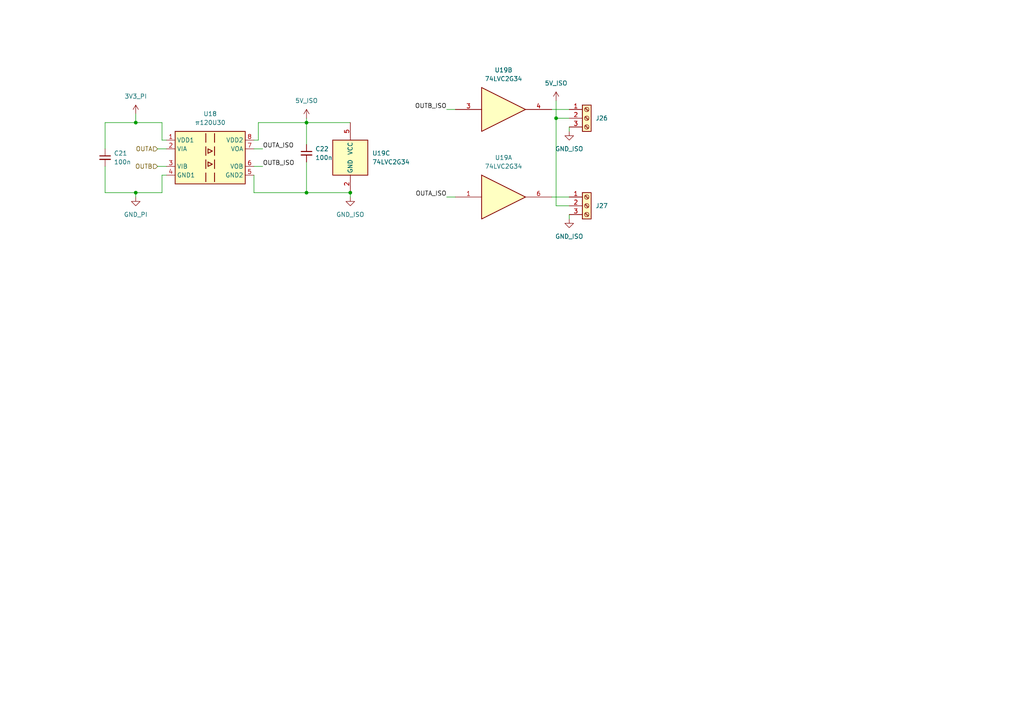
<source format=kicad_sch>
(kicad_sch (version 20230121) (generator eeschema)

  (uuid e3918a7f-6cb8-4edf-bab8-0a62b7d9d17e)

  (paper "A4")

  (lib_symbols
    (symbol "74xGxx:74LVC2G34" (in_bom yes) (on_board yes)
      (property "Reference" "U" (at 0 7.62 0)
        (effects (font (size 1.27 1.27)))
      )
      (property "Value" "74LVC2G34" (at 2.54 -7.62 0)
        (effects (font (size 1.27 1.27)))
      )
      (property "Footprint" "" (at 0 0 0)
        (effects (font (size 1.27 1.27)) hide)
      )
      (property "Datasheet" "http://www.ti.com/lit/sg/scyt129e/scyt129e.pdf" (at 0 0 0)
        (effects (font (size 1.27 1.27)) hide)
      )
      (property "ki_keywords" "Dual Buffer LVC CMOS" (at 0 0 0)
        (effects (font (size 1.27 1.27)) hide)
      )
      (property "ki_description" "Dual Buffer, Low-Voltage CMOS" (at 0 0 0)
        (effects (font (size 1.27 1.27)) hide)
      )
      (property "ki_fp_filters" "SG-* SOT*" (at 0 0 0)
        (effects (font (size 1.27 1.27)) hide)
      )
      (symbol "74LVC2G34_1_1"
        (polyline
          (pts
            (xy -7.62 6.35)
            (xy -7.62 -6.35)
            (xy 5.08 0)
            (xy -7.62 6.35)
          )
          (stroke (width 0.254) (type default))
          (fill (type background))
        )
        (pin input line (at -15.24 0 0) (length 7.62)
          (name "~" (effects (font (size 1.27 1.27))))
          (number "1" (effects (font (size 1.27 1.27))))
        )
        (pin output line (at 12.7 0 180) (length 7.62)
          (name "~" (effects (font (size 1.27 1.27))))
          (number "6" (effects (font (size 1.27 1.27))))
        )
      )
      (symbol "74LVC2G34_2_1"
        (polyline
          (pts
            (xy -7.62 6.35)
            (xy -7.62 -6.35)
            (xy 5.08 0)
            (xy -7.62 6.35)
          )
          (stroke (width 0.254) (type default))
          (fill (type background))
        )
        (pin input line (at -15.24 0 0) (length 7.62)
          (name "~" (effects (font (size 1.27 1.27))))
          (number "3" (effects (font (size 1.27 1.27))))
        )
        (pin output line (at 12.7 0 180) (length 7.62)
          (name "~" (effects (font (size 1.27 1.27))))
          (number "4" (effects (font (size 1.27 1.27))))
        )
      )
      (symbol "74LVC2G34_3_0"
        (rectangle (start -5.08 -5.08) (end 5.08 5.08)
          (stroke (width 0.254) (type default))
          (fill (type background))
        )
      )
      (symbol "74LVC2G34_3_1"
        (pin power_in line (at 0 -10.16 90) (length 5.08)
          (name "GND" (effects (font (size 1.27 1.27))))
          (number "2" (effects (font (size 1.27 1.27))))
        )
        (pin power_in line (at 0 10.16 270) (length 5.08)
          (name "VCC" (effects (font (size 1.27 1.27))))
          (number "5" (effects (font (size 1.27 1.27))))
        )
      )
    )
    (symbol "Connector:Screw_Terminal_01x03" (pin_names (offset 1.016) hide) (in_bom yes) (on_board yes)
      (property "Reference" "J" (at 0 5.08 0)
        (effects (font (size 1.27 1.27)))
      )
      (property "Value" "Screw_Terminal_01x03" (at 0 -5.08 0)
        (effects (font (size 1.27 1.27)))
      )
      (property "Footprint" "" (at 0 0 0)
        (effects (font (size 1.27 1.27)) hide)
      )
      (property "Datasheet" "~" (at 0 0 0)
        (effects (font (size 1.27 1.27)) hide)
      )
      (property "ki_keywords" "screw terminal" (at 0 0 0)
        (effects (font (size 1.27 1.27)) hide)
      )
      (property "ki_description" "Generic screw terminal, single row, 01x03, script generated (kicad-library-utils/schlib/autogen/connector/)" (at 0 0 0)
        (effects (font (size 1.27 1.27)) hide)
      )
      (property "ki_fp_filters" "TerminalBlock*:*" (at 0 0 0)
        (effects (font (size 1.27 1.27)) hide)
      )
      (symbol "Screw_Terminal_01x03_1_1"
        (rectangle (start -1.27 3.81) (end 1.27 -3.81)
          (stroke (width 0.254) (type default))
          (fill (type background))
        )
        (circle (center 0 -2.54) (radius 0.635)
          (stroke (width 0.1524) (type default))
          (fill (type none))
        )
        (polyline
          (pts
            (xy -0.5334 -2.2098)
            (xy 0.3302 -3.048)
          )
          (stroke (width 0.1524) (type default))
          (fill (type none))
        )
        (polyline
          (pts
            (xy -0.5334 0.3302)
            (xy 0.3302 -0.508)
          )
          (stroke (width 0.1524) (type default))
          (fill (type none))
        )
        (polyline
          (pts
            (xy -0.5334 2.8702)
            (xy 0.3302 2.032)
          )
          (stroke (width 0.1524) (type default))
          (fill (type none))
        )
        (polyline
          (pts
            (xy -0.3556 -2.032)
            (xy 0.508 -2.8702)
          )
          (stroke (width 0.1524) (type default))
          (fill (type none))
        )
        (polyline
          (pts
            (xy -0.3556 0.508)
            (xy 0.508 -0.3302)
          )
          (stroke (width 0.1524) (type default))
          (fill (type none))
        )
        (polyline
          (pts
            (xy -0.3556 3.048)
            (xy 0.508 2.2098)
          )
          (stroke (width 0.1524) (type default))
          (fill (type none))
        )
        (circle (center 0 0) (radius 0.635)
          (stroke (width 0.1524) (type default))
          (fill (type none))
        )
        (circle (center 0 2.54) (radius 0.635)
          (stroke (width 0.1524) (type default))
          (fill (type none))
        )
        (pin passive line (at -5.08 2.54 0) (length 3.81)
          (name "Pin_1" (effects (font (size 1.27 1.27))))
          (number "1" (effects (font (size 1.27 1.27))))
        )
        (pin passive line (at -5.08 0 0) (length 3.81)
          (name "Pin_2" (effects (font (size 1.27 1.27))))
          (number "2" (effects (font (size 1.27 1.27))))
        )
        (pin passive line (at -5.08 -2.54 0) (length 3.81)
          (name "Pin_3" (effects (font (size 1.27 1.27))))
          (number "3" (effects (font (size 1.27 1.27))))
        )
      )
    )
    (symbol "Device:C_Small" (pin_numbers hide) (pin_names (offset 0.254) hide) (in_bom yes) (on_board yes)
      (property "Reference" "C" (at 0.254 1.778 0)
        (effects (font (size 1.27 1.27)) (justify left))
      )
      (property "Value" "C_Small" (at 0.254 -2.032 0)
        (effects (font (size 1.27 1.27)) (justify left))
      )
      (property "Footprint" "" (at 0 0 0)
        (effects (font (size 1.27 1.27)) hide)
      )
      (property "Datasheet" "~" (at 0 0 0)
        (effects (font (size 1.27 1.27)) hide)
      )
      (property "ki_keywords" "capacitor cap" (at 0 0 0)
        (effects (font (size 1.27 1.27)) hide)
      )
      (property "ki_description" "Unpolarized capacitor, small symbol" (at 0 0 0)
        (effects (font (size 1.27 1.27)) hide)
      )
      (property "ki_fp_filters" "C_*" (at 0 0 0)
        (effects (font (size 1.27 1.27)) hide)
      )
      (symbol "C_Small_0_1"
        (polyline
          (pts
            (xy -1.524 -0.508)
            (xy 1.524 -0.508)
          )
          (stroke (width 0.3302) (type default))
          (fill (type none))
        )
        (polyline
          (pts
            (xy -1.524 0.508)
            (xy 1.524 0.508)
          )
          (stroke (width 0.3048) (type default))
          (fill (type none))
        )
      )
      (symbol "C_Small_1_1"
        (pin passive line (at 0 2.54 270) (length 2.032)
          (name "~" (effects (font (size 1.27 1.27))))
          (number "1" (effects (font (size 1.27 1.27))))
        )
        (pin passive line (at 0 -2.54 90) (length 2.032)
          (name "~" (effects (font (size 1.27 1.27))))
          (number "2" (effects (font (size 1.27 1.27))))
        )
      )
    )
    (symbol "GND_1" (power) (pin_names (offset 0)) (in_bom yes) (on_board yes)
      (property "Reference" "GND_ISO" (at 0 -6.35 0)
        (effects (font (size 1.27 1.27)) hide)
      )
      (property "Value" "GND_1" (at 0 -5.08 0)
        (effects (font (size 1.27 1.27)))
      )
      (property "Footprint" "" (at 0 0 0)
        (effects (font (size 1.27 1.27)) hide)
      )
      (property "Datasheet" "" (at 0 0 0)
        (effects (font (size 1.27 1.27)) hide)
      )
      (property "ki_keywords" "global power" (at 0 0 0)
        (effects (font (size 1.27 1.27)) hide)
      )
      (property "ki_description" "Power symbol creates a global label with name \"GND\" , ground" (at 0 0 0)
        (effects (font (size 1.27 1.27)) hide)
      )
      (symbol "GND_1_0_1"
        (polyline
          (pts
            (xy 0 0)
            (xy 0 -1.27)
            (xy 1.27 -1.27)
            (xy 0 -2.54)
            (xy -1.27 -1.27)
            (xy 0 -1.27)
          )
          (stroke (width 0) (type default))
          (fill (type none))
        )
      )
      (symbol "GND_1_1_1"
        (pin power_in line (at 0 0 270) (length 0) hide
          (name "GND_ISO" (effects (font (size 1.27 1.27))))
          (number "1" (effects (font (size 1.27 1.27))))
        )
      )
    )
    (symbol "GND_2" (power) (pin_names (offset 0)) (in_bom yes) (on_board yes)
      (property "Reference" "#GND_PI0101" (at 0 -6.35 0)
        (effects (font (size 1.27 1.27)) hide)
      )
      (property "Value" "GND_2" (at 0 -5.08 0)
        (effects (font (size 1.27 1.27)))
      )
      (property "Footprint" "" (at 0 0 0)
        (effects (font (size 1.27 1.27)) hide)
      )
      (property "Datasheet" "" (at 0 0 0)
        (effects (font (size 1.27 1.27)) hide)
      )
      (property "ki_keywords" "global power" (at 0 0 0)
        (effects (font (size 1.27 1.27)) hide)
      )
      (property "ki_description" "Power symbol creates a global label with name \"GND\" , ground" (at 0 0 0)
        (effects (font (size 1.27 1.27)) hide)
      )
      (symbol "GND_2_0_1"
        (polyline
          (pts
            (xy 0 0)
            (xy 0 -1.27)
            (xy 1.27 -1.27)
            (xy 0 -2.54)
            (xy -1.27 -1.27)
            (xy 0 -1.27)
          )
          (stroke (width 0) (type default))
          (fill (type none))
        )
      )
      (symbol "GND_2_1_1"
        (pin power_in line (at 0 0 270) (length 0) hide
          (name "GND_PI" (effects (font (size 1.27 1.27))))
          (number "1" (effects (font (size 1.27 1.27))))
        )
      )
    )
    (symbol "Isolator:π120U30" (in_bom yes) (on_board yes)
      (property "Reference" "U" (at -10.16 8.89 0)
        (effects (font (size 1.27 1.27)) (justify left))
      )
      (property "Value" "π120U30" (at -2.032 8.89 0)
        (effects (font (size 1.27 1.27)) (justify left))
      )
      (property "Footprint" "Package_SO:SOIC-8_3.9x4.9mm_P1.27mm" (at 0 -10.16 0)
        (effects (font (size 1.27 1.27) italic) hide)
      )
      (property "Datasheet" "http://www.rpsemi.com/public/doc/2Pai_%CF%8012xUxx_20200416_EN.pdf" (at -11.43 10.16 0)
        (effects (font (size 1.27 1.27)) hide)
      )
      (property "ki_keywords" "Dual-channel digital isolator pi120U30" (at 0 0 0)
        (effects (font (size 1.27 1.27)) hide)
      )
      (property "ki_description" "Dual-channel digital isolator, 3V/5V level translation, Safe LOW, SOIC-8" (at 0 0 0)
        (effects (font (size 1.27 1.27)) hide)
      )
      (property "ki_fp_filters" "SOIC*3.9x4.9mm*P1.27mm*" (at 0 0 0)
        (effects (font (size 1.27 1.27)) hide)
      )
      (symbol "π120U30_0_1"
        (rectangle (start -10.16 7.62) (end 10.16 -7.62)
          (stroke (width 0.254) (type default))
          (fill (type background))
        )
        (polyline
          (pts
            (xy -1.27 -4.445)
            (xy -1.27 -6.985)
          )
          (stroke (width 0.254) (type default))
          (fill (type none))
        )
        (polyline
          (pts
            (xy -1.27 -0.635)
            (xy -1.27 -3.175)
          )
          (stroke (width 0.254) (type default))
          (fill (type none))
        )
        (polyline
          (pts
            (xy -1.27 3.175)
            (xy -1.27 0.635)
          )
          (stroke (width 0.254) (type default))
          (fill (type none))
        )
        (polyline
          (pts
            (xy -1.27 6.985)
            (xy -1.27 4.445)
          )
          (stroke (width 0.254) (type default))
          (fill (type none))
        )
        (polyline
          (pts
            (xy 1.27 -4.445)
            (xy 1.27 -6.985)
          )
          (stroke (width 0.254) (type default))
          (fill (type none))
        )
        (polyline
          (pts
            (xy 1.27 -0.635)
            (xy 1.27 -3.175)
          )
          (stroke (width 0.254) (type default))
          (fill (type none))
        )
        (polyline
          (pts
            (xy 1.27 3.175)
            (xy 1.27 0.635)
          )
          (stroke (width 0.254) (type default))
          (fill (type none))
        )
        (polyline
          (pts
            (xy 1.27 6.985)
            (xy 1.27 4.445)
          )
          (stroke (width 0.254) (type default))
          (fill (type none))
        )
        (polyline
          (pts
            (xy -0.635 -1.27)
            (xy -0.635 -2.54)
            (xy 0.635 -1.905)
            (xy -0.635 -1.27)
          )
          (stroke (width 0.254) (type default))
          (fill (type none))
        )
        (polyline
          (pts
            (xy -0.635 1.27)
            (xy 0.635 1.905)
            (xy -0.635 2.54)
            (xy -0.635 1.27)
          )
          (stroke (width 0.254) (type default))
          (fill (type none))
        )
      )
      (symbol "π120U30_1_1"
        (pin power_in line (at -12.7 5.08 0) (length 2.54)
          (name "VDD1" (effects (font (size 1.27 1.27))))
          (number "1" (effects (font (size 1.27 1.27))))
        )
        (pin input line (at -12.7 2.54 0) (length 2.54)
          (name "VIA" (effects (font (size 1.27 1.27))))
          (number "2" (effects (font (size 1.27 1.27))))
        )
        (pin input line (at -12.7 -2.54 0) (length 2.54)
          (name "VIB" (effects (font (size 1.27 1.27))))
          (number "3" (effects (font (size 1.27 1.27))))
        )
        (pin power_in line (at -12.7 -5.08 0) (length 2.54)
          (name "GND1" (effects (font (size 1.27 1.27))))
          (number "4" (effects (font (size 1.27 1.27))))
        )
        (pin power_in line (at 12.7 -5.08 180) (length 2.54)
          (name "GND2" (effects (font (size 1.27 1.27))))
          (number "5" (effects (font (size 1.27 1.27))))
        )
        (pin output line (at 12.7 -2.54 180) (length 2.54)
          (name "VOB" (effects (font (size 1.27 1.27))))
          (number "6" (effects (font (size 1.27 1.27))))
        )
        (pin output line (at 12.7 2.54 180) (length 2.54)
          (name "VOA" (effects (font (size 1.27 1.27))))
          (number "7" (effects (font (size 1.27 1.27))))
        )
        (pin power_in line (at 12.7 5.08 180) (length 2.54)
          (name "VDD2" (effects (font (size 1.27 1.27))))
          (number "8" (effects (font (size 1.27 1.27))))
        )
      )
    )
    (symbol "VDD_2" (power) (pin_names (offset 0)) (in_bom yes) (on_board yes)
      (property "Reference" "#3V3_PI0101" (at 0 3.81 0)
        (effects (font (size 1.27 1.27)) hide)
      )
      (property "Value" "VDD_2" (at 0 5.08 0)
        (effects (font (size 1.27 1.27)))
      )
      (property "Footprint" "" (at 0 0 0)
        (effects (font (size 1.27 1.27)) hide)
      )
      (property "Datasheet" "" (at 0 0 0)
        (effects (font (size 1.27 1.27)) hide)
      )
      (property "ki_keywords" "global power" (at 0 0 0)
        (effects (font (size 1.27 1.27)) hide)
      )
      (property "ki_description" "Power symbol creates a global label with name \"VDD\"" (at 0 0 0)
        (effects (font (size 1.27 1.27)) hide)
      )
      (symbol "VDD_2_0_1"
        (polyline
          (pts
            (xy -0.762 1.27)
            (xy 0 2.54)
          )
          (stroke (width 0) (type default))
          (fill (type none))
        )
        (polyline
          (pts
            (xy 0 0)
            (xy 0 2.54)
          )
          (stroke (width 0) (type default))
          (fill (type none))
        )
        (polyline
          (pts
            (xy 0 2.54)
            (xy 0.762 1.27)
          )
          (stroke (width 0) (type default))
          (fill (type none))
        )
      )
      (symbol "VDD_2_1_1"
        (pin power_in line (at 0 0 90) (length 0) hide
          (name "3V3_PI" (effects (font (size 1.27 1.27))))
          (number "1" (effects (font (size 1.27 1.27))))
        )
      )
    )
    (symbol "power:VDD" (power) (pin_names (offset 0)) (in_bom yes) (on_board yes)
      (property "Reference" "5V_ISO" (at 0 -3.81 0)
        (effects (font (size 1.27 1.27)) hide)
      )
      (property "Value" "5V_ISO" (at 0 5.08 0)
        (effects (font (size 1.27 1.27)))
      )
      (property "Footprint" "" (at 0 0 0)
        (effects (font (size 1.27 1.27)) hide)
      )
      (property "Datasheet" "" (at 0 0 0)
        (effects (font (size 1.27 1.27)) hide)
      )
      (property "ki_keywords" "global power" (at 0 0 0)
        (effects (font (size 1.27 1.27)) hide)
      )
      (property "ki_description" "Power symbol creates a global label with name \"VDD\"" (at 0 0 0)
        (effects (font (size 1.27 1.27)) hide)
      )
      (symbol "VDD_0_1"
        (polyline
          (pts
            (xy -0.762 1.27)
            (xy 0 2.54)
          )
          (stroke (width 0) (type default))
          (fill (type none))
        )
        (polyline
          (pts
            (xy 0 0)
            (xy 0 2.54)
          )
          (stroke (width 0) (type default))
          (fill (type none))
        )
        (polyline
          (pts
            (xy 0 2.54)
            (xy 0.762 1.27)
          )
          (stroke (width 0) (type default))
          (fill (type none))
        )
      )
      (symbol "VDD_1_1"
        (pin power_in line (at 0 0 90) (length 0) hide
          (name "5V_ISO" (effects (font (size 1.27 1.27))))
          (number "1" (effects (font (size 1.27 1.27))))
        )
      )
    )
  )

  (junction (at 39.37 55.88) (diameter 0) (color 0 0 0 0)
    (uuid 60e2bdf4-5783-4276-9eaa-094f09beace9)
  )
  (junction (at 39.37 35.56) (diameter 0) (color 0 0 0 0)
    (uuid 73ad3b32-3d8c-4f51-bccf-dbbb925424f4)
  )
  (junction (at 101.6 55.88) (diameter 0) (color 0 0 0 0)
    (uuid 7a5cf94c-2ea8-4923-8035-e0e3dfdbe084)
  )
  (junction (at 88.9 55.88) (diameter 0) (color 0 0 0 0)
    (uuid 8ea0ed69-cf88-46de-83a5-81f043e71db2)
  )
  (junction (at 161.29 34.29) (diameter 0) (color 0 0 0 0)
    (uuid 9d865054-6bfe-4ebc-bf55-197ea9fed141)
  )
  (junction (at 88.9 35.56) (diameter 0) (color 0 0 0 0)
    (uuid a4cf4474-83f3-4db1-98eb-127be1e62c49)
  )

  (wire (pts (xy 88.9 35.56) (xy 101.6 35.56))
    (stroke (width 0) (type default))
    (uuid 0b14456d-a138-44ac-9a87-3a993f1fc2f7)
  )
  (wire (pts (xy 73.66 55.88) (xy 73.66 50.8))
    (stroke (width 0) (type default))
    (uuid 0db86931-bf86-4dd2-8935-614bab1f7082)
  )
  (wire (pts (xy 160.02 57.15) (xy 165.1 57.15))
    (stroke (width 0) (type default))
    (uuid 12063519-7b50-48a5-b63b-e85335cfa999)
  )
  (wire (pts (xy 160.02 31.75) (xy 165.1 31.75))
    (stroke (width 0) (type default))
    (uuid 19797fa8-6f28-4853-a9db-6eb4ef586951)
  )
  (wire (pts (xy 39.37 55.88) (xy 39.37 57.15))
    (stroke (width 0) (type default))
    (uuid 1a436c69-b167-4212-a2b4-852b7608ca7d)
  )
  (wire (pts (xy 46.99 35.56) (xy 46.99 40.64))
    (stroke (width 0) (type default))
    (uuid 1cb57c60-587f-4639-a259-d4b5084542b8)
  )
  (wire (pts (xy 74.93 35.56) (xy 88.9 35.56))
    (stroke (width 0) (type default))
    (uuid 1f8a910e-38bc-426a-9608-01f685130971)
  )
  (wire (pts (xy 161.29 29.21) (xy 161.29 34.29))
    (stroke (width 0) (type default))
    (uuid 2ae063b0-7316-47db-93ee-049f73de319f)
  )
  (wire (pts (xy 73.66 55.88) (xy 88.9 55.88))
    (stroke (width 0) (type default))
    (uuid 2e029281-c121-4176-bdfd-64f47e136b07)
  )
  (wire (pts (xy 165.1 63.5) (xy 165.1 62.23))
    (stroke (width 0) (type default))
    (uuid 385ed952-45d6-4475-8dbb-d2d45bbc8572)
  )
  (wire (pts (xy 161.29 34.29) (xy 165.1 34.29))
    (stroke (width 0) (type default))
    (uuid 38a3f854-7377-499f-a837-46310d3aa828)
  )
  (wire (pts (xy 39.37 55.88) (xy 46.99 55.88))
    (stroke (width 0) (type default))
    (uuid 3a0fa26c-b824-404c-94e0-d50bb70570b9)
  )
  (wire (pts (xy 48.26 50.8) (xy 46.99 50.8))
    (stroke (width 0) (type default))
    (uuid 48092d16-8c08-4dde-8122-2212451986c2)
  )
  (wire (pts (xy 129.54 57.15) (xy 132.08 57.15))
    (stroke (width 0) (type default))
    (uuid 5e30b646-64cd-4a1c-aaf1-30b5ae4c364b)
  )
  (wire (pts (xy 161.29 59.69) (xy 161.29 34.29))
    (stroke (width 0) (type default))
    (uuid 6d98e75e-d9d0-4fa3-b7ec-3c1594342e7e)
  )
  (wire (pts (xy 30.48 48.26) (xy 30.48 55.88))
    (stroke (width 0) (type default))
    (uuid 70e84519-319f-4dc8-8652-415734e6ed7d)
  )
  (wire (pts (xy 165.1 38.1) (xy 165.1 36.83))
    (stroke (width 0) (type default))
    (uuid 70ea3944-c132-4551-b635-3a3e9be2c88e)
  )
  (wire (pts (xy 30.48 35.56) (xy 30.48 43.18))
    (stroke (width 0) (type default))
    (uuid 87817706-061d-4de5-94e5-a17ea09267c4)
  )
  (wire (pts (xy 30.48 35.56) (xy 39.37 35.56))
    (stroke (width 0) (type default))
    (uuid 88c5ab87-713e-4fb4-b214-8216ee8605fc)
  )
  (wire (pts (xy 45.72 43.18) (xy 48.26 43.18))
    (stroke (width 0) (type default))
    (uuid 8ab93d6b-c35d-4631-973a-a75d72b23bcb)
  )
  (wire (pts (xy 88.9 35.56) (xy 88.9 41.91))
    (stroke (width 0) (type default))
    (uuid 8eba7035-2a52-4cba-b157-fe64836e5a44)
  )
  (wire (pts (xy 101.6 55.88) (xy 88.9 55.88))
    (stroke (width 0) (type default))
    (uuid 93023c8a-f841-42a6-96c6-e1252c5a3079)
  )
  (wire (pts (xy 88.9 34.29) (xy 88.9 35.56))
    (stroke (width 0) (type default))
    (uuid a19b79e9-82d8-4642-a8a9-0cef7e875073)
  )
  (wire (pts (xy 48.26 40.64) (xy 46.99 40.64))
    (stroke (width 0) (type default))
    (uuid bb679716-f9fa-46ee-8be2-3dbba5760252)
  )
  (wire (pts (xy 73.66 48.26) (xy 76.2 48.26))
    (stroke (width 0) (type default))
    (uuid bdd43eb5-0ef4-49eb-8d28-d878ff28fda1)
  )
  (wire (pts (xy 165.1 59.69) (xy 161.29 59.69))
    (stroke (width 0) (type default))
    (uuid d81a0464-933c-4d3a-b256-b699acb0e70b)
  )
  (wire (pts (xy 101.6 57.15) (xy 101.6 55.88))
    (stroke (width 0) (type default))
    (uuid d989961f-8bcb-49ce-bb27-413214d46f8b)
  )
  (wire (pts (xy 73.66 43.18) (xy 76.2 43.18))
    (stroke (width 0) (type default))
    (uuid d99f6ee5-4c77-4ffb-8538-a40d7b0e6bc1)
  )
  (wire (pts (xy 88.9 46.99) (xy 88.9 55.88))
    (stroke (width 0) (type default))
    (uuid db23abde-a012-4c32-948c-ffe67770930b)
  )
  (wire (pts (xy 45.72 48.26) (xy 48.26 48.26))
    (stroke (width 0) (type default))
    (uuid dbbe2524-22d9-4d61-b679-424f6bd4bf88)
  )
  (wire (pts (xy 73.66 40.64) (xy 74.93 40.64))
    (stroke (width 0) (type default))
    (uuid df39b5e4-ae83-4d62-ab90-18ff9adfd5e1)
  )
  (wire (pts (xy 39.37 33.02) (xy 39.37 35.56))
    (stroke (width 0) (type default))
    (uuid e3fef390-5b30-4449-92f5-6a5247abd9bb)
  )
  (wire (pts (xy 39.37 35.56) (xy 46.99 35.56))
    (stroke (width 0) (type default))
    (uuid ea80518d-643e-4cb3-a2ed-eb5fddac0554)
  )
  (wire (pts (xy 129.54 31.75) (xy 132.08 31.75))
    (stroke (width 0) (type default))
    (uuid f279b57e-a417-4a4d-8835-03df554b81d8)
  )
  (wire (pts (xy 30.48 55.88) (xy 39.37 55.88))
    (stroke (width 0) (type default))
    (uuid f37391c9-446a-4382-b8b3-217b91f70a6f)
  )
  (wire (pts (xy 74.93 40.64) (xy 74.93 35.56))
    (stroke (width 0) (type default))
    (uuid f7a82ff3-b518-412c-999a-c66406ab6867)
  )
  (wire (pts (xy 46.99 50.8) (xy 46.99 55.88))
    (stroke (width 0) (type default))
    (uuid fa566faf-8c48-45d8-accc-7fdea55d4e41)
  )

  (label "OUTB_ISO" (at 129.54 31.75 180) (fields_autoplaced)
    (effects (font (size 1.27 1.27)) (justify right bottom))
    (uuid 0e82e2f9-e83c-452a-9724-1aaa46dd4656)
  )
  (label "OUTB_ISO" (at 76.2 48.26 0) (fields_autoplaced)
    (effects (font (size 1.27 1.27)) (justify left bottom))
    (uuid 1c9583f6-295d-4e6d-a424-150ec515c173)
  )
  (label "OUTA_ISO" (at 129.54 57.15 180) (fields_autoplaced)
    (effects (font (size 1.27 1.27)) (justify right bottom))
    (uuid 1fde3a05-aacd-4fee-a0fe-6dd0847987d4)
  )
  (label "OUTA_ISO" (at 76.2 43.18 0) (fields_autoplaced)
    (effects (font (size 1.27 1.27)) (justify left bottom))
    (uuid cd39020b-861b-41b7-a4d8-224df9c1de0a)
  )

  (hierarchical_label "OUTB" (shape input) (at 45.72 48.26 180) (fields_autoplaced)
    (effects (font (size 1.27 1.27)) (justify right))
    (uuid 64a87f43-e3b0-484b-b98b-fa155d2d66e1)
  )
  (hierarchical_label "OUTA" (shape input) (at 45.72 43.18 180) (fields_autoplaced)
    (effects (font (size 1.27 1.27)) (justify right))
    (uuid fac5f8ed-ebf5-47a2-a1f4-2f9f31edf4b1)
  )

  (symbol (lib_id "power:VDD") (at 161.29 29.21 0) (unit 1)
    (in_bom yes) (on_board yes) (dnp no) (fields_autoplaced)
    (uuid 04174e9b-638a-4c8a-9fa3-b8286b0cfcc1)
    (property "Reference" "#5V_ISO018" (at 161.29 33.02 0)
      (effects (font (size 1.27 1.27)) hide)
    )
    (property "Value" "5V_ISO" (at 161.29 24.13 0)
      (effects (font (size 1.27 1.27)))
    )
    (property "Footprint" "" (at 161.29 29.21 0)
      (effects (font (size 1.27 1.27)) hide)
    )
    (property "Datasheet" "" (at 161.29 29.21 0)
      (effects (font (size 1.27 1.27)) hide)
    )
    (pin "1" (uuid 9bf2ba4e-a221-436a-b0bb-80925e8f5b6f))
    (instances
      (project "rpi5-cnc-hat"
        (path "/0e41da92-7fec-467a-a29c-c48f1021375c/39839922-4507-4432-8651-7daf93aa5ae1"
          (reference "#5V_ISO018") (unit 1)
        )
        (path "/0e41da92-7fec-467a-a29c-c48f1021375c/033b43b6-887a-4cd1-b124-9d3fc238a50a"
          (reference "#5V_ISO020") (unit 1)
        )
        (path "/0e41da92-7fec-467a-a29c-c48f1021375c/5fcddbba-6542-419d-81f4-23a5de126d8f"
          (reference "#5V_ISO022") (unit 1)
        )
      )
    )
  )

  (symbol (lib_name "GND_2") (lib_id "power:GND") (at 39.37 57.15 0) (unit 1)
    (in_bom yes) (on_board yes) (dnp no) (fields_autoplaced)
    (uuid 11568ba9-c604-4dce-a1fa-999e32d5b210)
    (property "Reference" "#GND_PI019" (at 39.37 63.5 0)
      (effects (font (size 1.27 1.27)) hide)
    )
    (property "Value" "GND_PI" (at 39.37 62.23 0)
      (effects (font (size 1.27 1.27)))
    )
    (property "Footprint" "" (at 39.37 57.15 0)
      (effects (font (size 1.27 1.27)) hide)
    )
    (property "Datasheet" "" (at 39.37 57.15 0)
      (effects (font (size 1.27 1.27)) hide)
    )
    (pin "1" (uuid 54ae0e28-a19c-46aa-abf5-6649f2d64fde))
    (instances
      (project "rpi5-cnc-hat"
        (path "/0e41da92-7fec-467a-a29c-c48f1021375c/39839922-4507-4432-8651-7daf93aa5ae1"
          (reference "#GND_PI019") (unit 1)
        )
        (path "/0e41da92-7fec-467a-a29c-c48f1021375c/033b43b6-887a-4cd1-b124-9d3fc238a50a"
          (reference "#GND_PI020") (unit 1)
        )
        (path "/0e41da92-7fec-467a-a29c-c48f1021375c/5fcddbba-6542-419d-81f4-23a5de126d8f"
          (reference "#GND_PI021") (unit 1)
        )
      )
    )
  )

  (symbol (lib_id "74xGxx:74LVC2G34") (at 147.32 57.15 0) (unit 1)
    (in_bom yes) (on_board yes) (dnp no) (fields_autoplaced)
    (uuid 1a509d20-bc1f-46e8-9bd8-746193996863)
    (property "Reference" "U19" (at 146.05 45.72 0)
      (effects (font (size 1.27 1.27)))
    )
    (property "Value" "74LVC2G34" (at 146.05 48.26 0)
      (effects (font (size 1.27 1.27)))
    )
    (property "Footprint" "Package_TO_SOT_SMD:SOT-23-6_Handsoldering" (at 147.32 57.15 0)
      (effects (font (size 1.27 1.27)) hide)
    )
    (property "Datasheet" "http://www.ti.com/lit/sg/scyt129e/scyt129e.pdf" (at 147.32 57.15 0)
      (effects (font (size 1.27 1.27)) hide)
    )
    (pin "2" (uuid e0feb562-1f07-4a69-afd9-3c278c44f7f0))
    (pin "4" (uuid ca738f70-f561-4df5-b1f2-51072331127d))
    (pin "1" (uuid 7ecc0b56-4643-4eac-8830-b0305cd0819c))
    (pin "5" (uuid c79567ef-acad-4211-b82d-b3a8c310a8b3))
    (pin "6" (uuid c2343a8f-8352-4580-8ec7-3b64f41b59ab))
    (pin "3" (uuid 38587551-34db-4ff6-a7f7-9170d5f3428a))
    (instances
      (project "rpi5-cnc-hat"
        (path "/0e41da92-7fec-467a-a29c-c48f1021375c/39839922-4507-4432-8651-7daf93aa5ae1"
          (reference "U19") (unit 1)
        )
        (path "/0e41da92-7fec-467a-a29c-c48f1021375c/033b43b6-887a-4cd1-b124-9d3fc238a50a"
          (reference "U21") (unit 1)
        )
        (path "/0e41da92-7fec-467a-a29c-c48f1021375c/5fcddbba-6542-419d-81f4-23a5de126d8f"
          (reference "U23") (unit 1)
        )
      )
    )
  )

  (symbol (lib_id "Device:C_Small") (at 88.9 44.45 0) (unit 1)
    (in_bom yes) (on_board yes) (dnp no) (fields_autoplaced)
    (uuid 3d036521-4f56-4353-b781-fd31563e9108)
    (property "Reference" "C22" (at 91.44 43.1863 0)
      (effects (font (size 1.27 1.27)) (justify left))
    )
    (property "Value" "100n" (at 91.44 45.7263 0)
      (effects (font (size 1.27 1.27)) (justify left))
    )
    (property "Footprint" "Capacitor_SMD:C_0805_2012Metric_Pad1.18x1.45mm_HandSolder" (at 88.9 44.45 0)
      (effects (font (size 1.27 1.27)) hide)
    )
    (property "Datasheet" "~" (at 88.9 44.45 0)
      (effects (font (size 1.27 1.27)) hide)
    )
    (pin "1" (uuid 03d856e3-1d7a-479e-94eb-36c5ed2f6884))
    (pin "2" (uuid b091d8ae-2736-4bbf-bfd4-d7905269fc43))
    (instances
      (project "rpi5-cnc-hat"
        (path "/0e41da92-7fec-467a-a29c-c48f1021375c/39839922-4507-4432-8651-7daf93aa5ae1"
          (reference "C22") (unit 1)
        )
        (path "/0e41da92-7fec-467a-a29c-c48f1021375c/5fcddbba-6542-419d-81f4-23a5de126d8f"
          (reference "C26") (unit 1)
        )
        (path "/0e41da92-7fec-467a-a29c-c48f1021375c/033b43b6-887a-4cd1-b124-9d3fc238a50a"
          (reference "C24") (unit 1)
        )
      )
    )
  )

  (symbol (lib_id "power:VDD") (at 88.9 34.29 0) (unit 1)
    (in_bom yes) (on_board yes) (dnp no) (fields_autoplaced)
    (uuid 433e032f-51ed-4d84-8813-e0e8f1e7dd40)
    (property "Reference" "#5V_ISO017" (at 88.9 38.1 0)
      (effects (font (size 1.27 1.27)) hide)
    )
    (property "Value" "5V_ISO" (at 88.9 29.21 0)
      (effects (font (size 1.27 1.27)))
    )
    (property "Footprint" "" (at 88.9 34.29 0)
      (effects (font (size 1.27 1.27)) hide)
    )
    (property "Datasheet" "" (at 88.9 34.29 0)
      (effects (font (size 1.27 1.27)) hide)
    )
    (pin "1" (uuid f2dcf80e-5e35-4986-bcb7-3449656cf09a))
    (instances
      (project "rpi5-cnc-hat"
        (path "/0e41da92-7fec-467a-a29c-c48f1021375c/39839922-4507-4432-8651-7daf93aa5ae1"
          (reference "#5V_ISO017") (unit 1)
        )
        (path "/0e41da92-7fec-467a-a29c-c48f1021375c/033b43b6-887a-4cd1-b124-9d3fc238a50a"
          (reference "#5V_ISO019") (unit 1)
        )
        (path "/0e41da92-7fec-467a-a29c-c48f1021375c/5fcddbba-6542-419d-81f4-23a5de126d8f"
          (reference "#5V_ISO021") (unit 1)
        )
      )
    )
  )

  (symbol (lib_id "74xGxx:74LVC2G34") (at 101.6 45.72 0) (unit 3)
    (in_bom yes) (on_board yes) (dnp no) (fields_autoplaced)
    (uuid 68903bda-125f-4c4b-8139-a68edb1fdaec)
    (property "Reference" "U19" (at 107.95 44.45 0)
      (effects (font (size 1.27 1.27)) (justify left))
    )
    (property "Value" "74LVC2G34" (at 107.95 46.99 0)
      (effects (font (size 1.27 1.27)) (justify left))
    )
    (property "Footprint" "Package_TO_SOT_SMD:SOT-23-6_Handsoldering" (at 101.6 45.72 0)
      (effects (font (size 1.27 1.27)) hide)
    )
    (property "Datasheet" "http://www.ti.com/lit/sg/scyt129e/scyt129e.pdf" (at 101.6 45.72 0)
      (effects (font (size 1.27 1.27)) hide)
    )
    (pin "2" (uuid 930326ca-2e25-46b8-abe9-340a3bf0e8ed))
    (pin "4" (uuid ca738f70-f561-4df5-b1f2-51072331127c))
    (pin "1" (uuid a95ae4bc-392c-4f0f-9c31-b0d41500feb3))
    (pin "5" (uuid c57764a4-2cad-425c-9539-4ce945bdb45e))
    (pin "6" (uuid f55de25b-4dd3-4f48-b780-25a8d0caeb0d))
    (pin "3" (uuid 38587551-34db-4ff6-a7f7-9170d5f34289))
    (instances
      (project "rpi5-cnc-hat"
        (path "/0e41da92-7fec-467a-a29c-c48f1021375c/39839922-4507-4432-8651-7daf93aa5ae1"
          (reference "U19") (unit 3)
        )
        (path "/0e41da92-7fec-467a-a29c-c48f1021375c/033b43b6-887a-4cd1-b124-9d3fc238a50a"
          (reference "U21") (unit 3)
        )
        (path "/0e41da92-7fec-467a-a29c-c48f1021375c/5fcddbba-6542-419d-81f4-23a5de126d8f"
          (reference "U23") (unit 3)
        )
      )
    )
  )

  (symbol (lib_id "Isolator:π120U30") (at 60.96 45.72 0) (unit 1)
    (in_bom yes) (on_board yes) (dnp no)
    (uuid 6c0a72b6-a565-4a49-bee9-4fefc2ab561a)
    (property "Reference" "U18" (at 60.96 33.02 0)
      (effects (font (size 1.27 1.27)))
    )
    (property "Value" "π120U30" (at 60.96 35.56 0)
      (effects (font (size 1.27 1.27)))
    )
    (property "Footprint" "Package_SO:SOIC-8_3.9x4.9mm_P1.27mm" (at 60.96 55.88 0)
      (effects (font (size 1.27 1.27) italic) hide)
    )
    (property "Datasheet" "http://www.rpsemi.com/public/doc/2Pai_%CF%8012xUxx_20200416_EN.pdf" (at 49.53 35.56 0)
      (effects (font (size 1.27 1.27)) hide)
    )
    (pin "3" (uuid cddd9fc5-30b7-4a23-abe3-9a00b27cc4a4))
    (pin "6" (uuid 84da2894-596c-4d59-8e47-e7bff2af85db))
    (pin "7" (uuid 865bfc2e-5119-4813-ba4a-e696a0cf0549))
    (pin "1" (uuid 3d473d9a-db86-4234-b4b5-d71102370dab))
    (pin "8" (uuid 07bffa16-8c7f-49ee-b1a5-585167a7276e))
    (pin "4" (uuid 9cf6fd49-d852-4db7-9092-3beae19ad6d6))
    (pin "2" (uuid d2f84dfc-b318-42fa-969c-d8399849b357))
    (pin "5" (uuid 2a9bbed9-a5c0-475f-9f3c-5b838bba847a))
    (instances
      (project "rpi5-cnc-hat"
        (path "/0e41da92-7fec-467a-a29c-c48f1021375c/39839922-4507-4432-8651-7daf93aa5ae1"
          (reference "U18") (unit 1)
        )
        (path "/0e41da92-7fec-467a-a29c-c48f1021375c/5fcddbba-6542-419d-81f4-23a5de126d8f"
          (reference "U22") (unit 1)
        )
        (path "/0e41da92-7fec-467a-a29c-c48f1021375c/033b43b6-887a-4cd1-b124-9d3fc238a50a"
          (reference "U20") (unit 1)
        )
      )
    )
  )

  (symbol (lib_id "Connector:Screw_Terminal_01x03") (at 170.18 34.29 0) (unit 1)
    (in_bom yes) (on_board yes) (dnp no) (fields_autoplaced)
    (uuid 9cb25507-9059-4cd7-b8bf-656658c52033)
    (property "Reference" "J26" (at 172.72 34.29 0)
      (effects (font (size 1.27 1.27)) (justify left))
    )
    (property "Value" "Screw_Terminal_01x03" (at 172.72 35.56 0)
      (effects (font (size 1.27 1.27)) (justify left) hide)
    )
    (property "Footprint" "TerminalBlock_Phoenix:TerminalBlock_Phoenix_PT-1,5-3-3.5-H_1x03_P3.50mm_Horizontal" (at 170.18 34.29 0)
      (effects (font (size 1.27 1.27)) hide)
    )
    (property "Datasheet" "~" (at 170.18 34.29 0)
      (effects (font (size 1.27 1.27)) hide)
    )
    (pin "3" (uuid c053ec78-64c3-4d40-be1e-f2921019cae7))
    (pin "2" (uuid 79869b9a-0e1d-4340-858d-28f24e651b1e))
    (pin "1" (uuid 6a75920e-b3d5-4075-8c97-d797d9677912))
    (instances
      (project "rpi5-cnc-hat"
        (path "/0e41da92-7fec-467a-a29c-c48f1021375c/39839922-4507-4432-8651-7daf93aa5ae1"
          (reference "J26") (unit 1)
        )
        (path "/0e41da92-7fec-467a-a29c-c48f1021375c/033b43b6-887a-4cd1-b124-9d3fc238a50a"
          (reference "J28") (unit 1)
        )
        (path "/0e41da92-7fec-467a-a29c-c48f1021375c/5fcddbba-6542-419d-81f4-23a5de126d8f"
          (reference "J30") (unit 1)
        )
      )
    )
  )

  (symbol (lib_id "Connector:Screw_Terminal_01x03") (at 170.18 59.69 0) (unit 1)
    (in_bom yes) (on_board yes) (dnp no) (fields_autoplaced)
    (uuid b1ce5fd9-fa97-4a3d-93b1-535038d62958)
    (property "Reference" "J27" (at 172.72 59.69 0)
      (effects (font (size 1.27 1.27)) (justify left))
    )
    (property "Value" "Screw_Terminal_01x03" (at 172.72 60.96 0)
      (effects (font (size 1.27 1.27)) (justify left) hide)
    )
    (property "Footprint" "TerminalBlock_Phoenix:TerminalBlock_Phoenix_PT-1,5-3-3.5-H_1x03_P3.50mm_Horizontal" (at 170.18 59.69 0)
      (effects (font (size 1.27 1.27)) hide)
    )
    (property "Datasheet" "~" (at 170.18 59.69 0)
      (effects (font (size 1.27 1.27)) hide)
    )
    (pin "3" (uuid c053ec78-64c3-4d40-be1e-f2921019cae8))
    (pin "2" (uuid 79869b9a-0e1d-4340-858d-28f24e651b1f))
    (pin "1" (uuid 6a75920e-b3d5-4075-8c97-d797d9677913))
    (instances
      (project "rpi5-cnc-hat"
        (path "/0e41da92-7fec-467a-a29c-c48f1021375c/39839922-4507-4432-8651-7daf93aa5ae1"
          (reference "J27") (unit 1)
        )
        (path "/0e41da92-7fec-467a-a29c-c48f1021375c/033b43b6-887a-4cd1-b124-9d3fc238a50a"
          (reference "J29") (unit 1)
        )
        (path "/0e41da92-7fec-467a-a29c-c48f1021375c/5fcddbba-6542-419d-81f4-23a5de126d8f"
          (reference "J31") (unit 1)
        )
      )
    )
  )

  (symbol (lib_name "GND_1") (lib_id "power:GND") (at 101.6 57.15 0) (unit 1)
    (in_bom yes) (on_board yes) (dnp no) (fields_autoplaced)
    (uuid b3a05435-f351-471d-8eee-40ed8fc3a668)
    (property "Reference" "#GND_ISO021" (at 101.6 63.5 0)
      (effects (font (size 1.27 1.27)) hide)
    )
    (property "Value" "GND_ISO" (at 101.6 62.23 0)
      (effects (font (size 1.27 1.27)))
    )
    (property "Footprint" "" (at 101.6 57.15 0)
      (effects (font (size 1.27 1.27)) hide)
    )
    (property "Datasheet" "" (at 101.6 57.15 0)
      (effects (font (size 1.27 1.27)) hide)
    )
    (pin "1" (uuid e071c1fc-b226-4858-aefe-9b5f2bdf2f7b))
    (instances
      (project "rpi5-cnc-hat"
        (path "/0e41da92-7fec-467a-a29c-c48f1021375c/39839922-4507-4432-8651-7daf93aa5ae1"
          (reference "#GND_ISO021") (unit 1)
        )
        (path "/0e41da92-7fec-467a-a29c-c48f1021375c/033b43b6-887a-4cd1-b124-9d3fc238a50a"
          (reference "#GND_ISO024") (unit 1)
        )
        (path "/0e41da92-7fec-467a-a29c-c48f1021375c/5fcddbba-6542-419d-81f4-23a5de126d8f"
          (reference "#GND_ISO027") (unit 1)
        )
      )
    )
  )

  (symbol (lib_name "VDD_2") (lib_id "power:VDD") (at 39.37 33.02 0) (unit 1)
    (in_bom yes) (on_board yes) (dnp no)
    (uuid b4aaa1e5-9537-41d7-90d3-31f08f218be8)
    (property "Reference" "#3V3_PI012" (at 39.37 29.21 0)
      (effects (font (size 1.27 1.27)) hide)
    )
    (property "Value" "3V3_PI" (at 39.37 27.94 0)
      (effects (font (size 1.27 1.27)))
    )
    (property "Footprint" "" (at 39.37 33.02 0)
      (effects (font (size 1.27 1.27)) hide)
    )
    (property "Datasheet" "" (at 39.37 33.02 0)
      (effects (font (size 1.27 1.27)) hide)
    )
    (pin "1" (uuid c8856c9b-b8ba-4c1c-a1be-7f46e260a0d9))
    (instances
      (project "rpi5-cnc-hat"
        (path "/0e41da92-7fec-467a-a29c-c48f1021375c/39839922-4507-4432-8651-7daf93aa5ae1"
          (reference "#3V3_PI012") (unit 1)
        )
        (path "/0e41da92-7fec-467a-a29c-c48f1021375c/033b43b6-887a-4cd1-b124-9d3fc238a50a"
          (reference "#3V3_PI013") (unit 1)
        )
        (path "/0e41da92-7fec-467a-a29c-c48f1021375c/5fcddbba-6542-419d-81f4-23a5de126d8f"
          (reference "#3V3_PI014") (unit 1)
        )
      )
    )
  )

  (symbol (lib_id "74xGxx:74LVC2G34") (at 147.32 31.75 0) (unit 2)
    (in_bom yes) (on_board yes) (dnp no)
    (uuid c8449bbd-e757-4683-a539-9d590ceab8fa)
    (property "Reference" "U19" (at 146.05 20.32 0)
      (effects (font (size 1.27 1.27)))
    )
    (property "Value" "74LVC2G34" (at 146.05 22.86 0)
      (effects (font (size 1.27 1.27)))
    )
    (property "Footprint" "Package_TO_SOT_SMD:SOT-23-6_Handsoldering" (at 147.32 31.75 0)
      (effects (font (size 1.27 1.27)) hide)
    )
    (property "Datasheet" "http://www.ti.com/lit/sg/scyt129e/scyt129e.pdf" (at 147.32 31.75 0)
      (effects (font (size 1.27 1.27)) hide)
    )
    (pin "2" (uuid e0feb562-1f07-4a69-afd9-3c278c44f7ee))
    (pin "4" (uuid bcfc357f-4107-4781-925d-6ea5de69df42))
    (pin "1" (uuid a95ae4bc-392c-4f0f-9c31-b0d41500feb2))
    (pin "5" (uuid c79567ef-acad-4211-b82d-b3a8c310a8b1))
    (pin "6" (uuid f55de25b-4dd3-4f48-b780-25a8d0caeb0c))
    (pin "3" (uuid b22866ef-f767-4318-82b9-b07e7801488a))
    (instances
      (project "rpi5-cnc-hat"
        (path "/0e41da92-7fec-467a-a29c-c48f1021375c/39839922-4507-4432-8651-7daf93aa5ae1"
          (reference "U19") (unit 2)
        )
        (path "/0e41da92-7fec-467a-a29c-c48f1021375c/033b43b6-887a-4cd1-b124-9d3fc238a50a"
          (reference "U21") (unit 2)
        )
        (path "/0e41da92-7fec-467a-a29c-c48f1021375c/5fcddbba-6542-419d-81f4-23a5de126d8f"
          (reference "U23") (unit 2)
        )
      )
    )
  )

  (symbol (lib_id "Device:C_Small") (at 30.48 45.72 0) (unit 1)
    (in_bom yes) (on_board yes) (dnp no) (fields_autoplaced)
    (uuid def8f098-7b17-475e-a347-5c2e22c6576c)
    (property "Reference" "C21" (at 33.02 44.4563 0)
      (effects (font (size 1.27 1.27)) (justify left))
    )
    (property "Value" "100n" (at 33.02 46.9963 0)
      (effects (font (size 1.27 1.27)) (justify left))
    )
    (property "Footprint" "Capacitor_SMD:C_0805_2012Metric_Pad1.18x1.45mm_HandSolder" (at 30.48 45.72 0)
      (effects (font (size 1.27 1.27)) hide)
    )
    (property "Datasheet" "~" (at 30.48 45.72 0)
      (effects (font (size 1.27 1.27)) hide)
    )
    (pin "1" (uuid 872ed137-19f1-40f6-9487-3092ccfcba81))
    (pin "2" (uuid f189bcac-46eb-40ee-b33c-c775b7080e4f))
    (instances
      (project "rpi5-cnc-hat"
        (path "/0e41da92-7fec-467a-a29c-c48f1021375c/39839922-4507-4432-8651-7daf93aa5ae1"
          (reference "C21") (unit 1)
        )
        (path "/0e41da92-7fec-467a-a29c-c48f1021375c/5fcddbba-6542-419d-81f4-23a5de126d8f"
          (reference "C25") (unit 1)
        )
        (path "/0e41da92-7fec-467a-a29c-c48f1021375c/033b43b6-887a-4cd1-b124-9d3fc238a50a"
          (reference "C23") (unit 1)
        )
      )
    )
  )

  (symbol (lib_name "GND_1") (lib_id "power:GND") (at 165.1 38.1 0) (unit 1)
    (in_bom yes) (on_board yes) (dnp no) (fields_autoplaced)
    (uuid efbf4a35-ceb3-4c17-b8a9-141f22d3ebc4)
    (property "Reference" "#GND_ISO022" (at 165.1 44.45 0)
      (effects (font (size 1.27 1.27)) hide)
    )
    (property "Value" "GND_ISO" (at 165.1 43.18 0)
      (effects (font (size 1.27 1.27)))
    )
    (property "Footprint" "" (at 165.1 38.1 0)
      (effects (font (size 1.27 1.27)) hide)
    )
    (property "Datasheet" "" (at 165.1 38.1 0)
      (effects (font (size 1.27 1.27)) hide)
    )
    (pin "1" (uuid 344813d9-0add-4a97-9ca0-8249162caf47))
    (instances
      (project "rpi5-cnc-hat"
        (path "/0e41da92-7fec-467a-a29c-c48f1021375c/39839922-4507-4432-8651-7daf93aa5ae1"
          (reference "#GND_ISO022") (unit 1)
        )
        (path "/0e41da92-7fec-467a-a29c-c48f1021375c/033b43b6-887a-4cd1-b124-9d3fc238a50a"
          (reference "#GND_ISO025") (unit 1)
        )
        (path "/0e41da92-7fec-467a-a29c-c48f1021375c/5fcddbba-6542-419d-81f4-23a5de126d8f"
          (reference "#GND_ISO028") (unit 1)
        )
      )
    )
  )

  (symbol (lib_name "GND_1") (lib_id "power:GND") (at 165.1 63.5 0) (unit 1)
    (in_bom yes) (on_board yes) (dnp no) (fields_autoplaced)
    (uuid f0b10e6f-159c-494b-a599-2f22ca1a7718)
    (property "Reference" "#GND_ISO023" (at 165.1 69.85 0)
      (effects (font (size 1.27 1.27)) hide)
    )
    (property "Value" "GND_ISO" (at 165.1 68.58 0)
      (effects (font (size 1.27 1.27)))
    )
    (property "Footprint" "" (at 165.1 63.5 0)
      (effects (font (size 1.27 1.27)) hide)
    )
    (property "Datasheet" "" (at 165.1 63.5 0)
      (effects (font (size 1.27 1.27)) hide)
    )
    (pin "1" (uuid a279d6aa-e531-46d0-8e73-454a52745fe0))
    (instances
      (project "rpi5-cnc-hat"
        (path "/0e41da92-7fec-467a-a29c-c48f1021375c/39839922-4507-4432-8651-7daf93aa5ae1"
          (reference "#GND_ISO023") (unit 1)
        )
        (path "/0e41da92-7fec-467a-a29c-c48f1021375c/033b43b6-887a-4cd1-b124-9d3fc238a50a"
          (reference "#GND_ISO026") (unit 1)
        )
        (path "/0e41da92-7fec-467a-a29c-c48f1021375c/5fcddbba-6542-419d-81f4-23a5de126d8f"
          (reference "#GND_ISO029") (unit 1)
        )
      )
    )
  )
)

</source>
